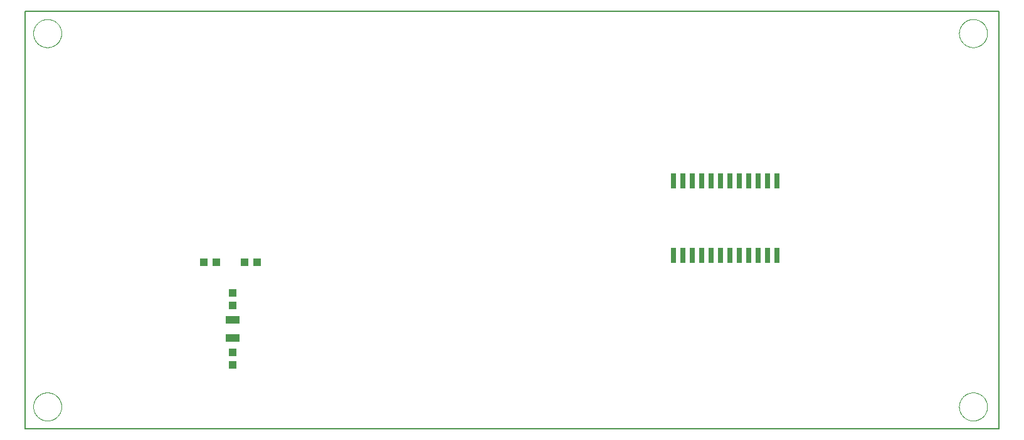
<source format=gbp>
G75*
%MOIN*%
%OFA0B0*%
%FSLAX25Y25*%
%IPPOS*%
%LPD*%
%AMOC8*
5,1,8,0,0,1.08239X$1,22.5*
%
%ADD10C,0.00787*%
%ADD11C,0.00000*%
%ADD12R,0.04331X0.03937*%
%ADD13R,0.02600X0.08000*%
%ADD14R,0.07480X0.04331*%
%ADD15R,0.03937X0.04331*%
D10*
X0001394Y0002628D02*
X0001394Y0225069D01*
X0519110Y0225069D01*
X0519110Y0002628D01*
X0001394Y0002628D01*
D11*
X0005725Y0014439D02*
X0005727Y0014623D01*
X0005734Y0014806D01*
X0005745Y0014989D01*
X0005761Y0015172D01*
X0005781Y0015355D01*
X0005806Y0015537D01*
X0005835Y0015718D01*
X0005869Y0015898D01*
X0005907Y0016078D01*
X0005949Y0016256D01*
X0005996Y0016434D01*
X0006047Y0016610D01*
X0006103Y0016785D01*
X0006162Y0016959D01*
X0006226Y0017131D01*
X0006294Y0017301D01*
X0006367Y0017470D01*
X0006443Y0017637D01*
X0006524Y0017802D01*
X0006608Y0017965D01*
X0006697Y0018126D01*
X0006789Y0018284D01*
X0006885Y0018441D01*
X0006986Y0018595D01*
X0007089Y0018746D01*
X0007197Y0018895D01*
X0007308Y0019041D01*
X0007423Y0019184D01*
X0007541Y0019325D01*
X0007663Y0019462D01*
X0007788Y0019597D01*
X0007916Y0019728D01*
X0008047Y0019856D01*
X0008182Y0019981D01*
X0008319Y0020103D01*
X0008460Y0020221D01*
X0008603Y0020336D01*
X0008749Y0020447D01*
X0008898Y0020555D01*
X0009049Y0020658D01*
X0009203Y0020759D01*
X0009360Y0020855D01*
X0009518Y0020947D01*
X0009679Y0021036D01*
X0009842Y0021120D01*
X0010007Y0021201D01*
X0010174Y0021277D01*
X0010343Y0021350D01*
X0010513Y0021418D01*
X0010685Y0021482D01*
X0010859Y0021541D01*
X0011034Y0021597D01*
X0011210Y0021648D01*
X0011388Y0021695D01*
X0011566Y0021737D01*
X0011746Y0021775D01*
X0011926Y0021809D01*
X0012107Y0021838D01*
X0012289Y0021863D01*
X0012472Y0021883D01*
X0012655Y0021899D01*
X0012838Y0021910D01*
X0013021Y0021917D01*
X0013205Y0021919D01*
X0013389Y0021917D01*
X0013572Y0021910D01*
X0013755Y0021899D01*
X0013938Y0021883D01*
X0014121Y0021863D01*
X0014303Y0021838D01*
X0014484Y0021809D01*
X0014664Y0021775D01*
X0014844Y0021737D01*
X0015022Y0021695D01*
X0015200Y0021648D01*
X0015376Y0021597D01*
X0015551Y0021541D01*
X0015725Y0021482D01*
X0015897Y0021418D01*
X0016067Y0021350D01*
X0016236Y0021277D01*
X0016403Y0021201D01*
X0016568Y0021120D01*
X0016731Y0021036D01*
X0016892Y0020947D01*
X0017050Y0020855D01*
X0017207Y0020759D01*
X0017361Y0020658D01*
X0017512Y0020555D01*
X0017661Y0020447D01*
X0017807Y0020336D01*
X0017950Y0020221D01*
X0018091Y0020103D01*
X0018228Y0019981D01*
X0018363Y0019856D01*
X0018494Y0019728D01*
X0018622Y0019597D01*
X0018747Y0019462D01*
X0018869Y0019325D01*
X0018987Y0019184D01*
X0019102Y0019041D01*
X0019213Y0018895D01*
X0019321Y0018746D01*
X0019424Y0018595D01*
X0019525Y0018441D01*
X0019621Y0018284D01*
X0019713Y0018126D01*
X0019802Y0017965D01*
X0019886Y0017802D01*
X0019967Y0017637D01*
X0020043Y0017470D01*
X0020116Y0017301D01*
X0020184Y0017131D01*
X0020248Y0016959D01*
X0020307Y0016785D01*
X0020363Y0016610D01*
X0020414Y0016434D01*
X0020461Y0016256D01*
X0020503Y0016078D01*
X0020541Y0015898D01*
X0020575Y0015718D01*
X0020604Y0015537D01*
X0020629Y0015355D01*
X0020649Y0015172D01*
X0020665Y0014989D01*
X0020676Y0014806D01*
X0020683Y0014623D01*
X0020685Y0014439D01*
X0020683Y0014255D01*
X0020676Y0014072D01*
X0020665Y0013889D01*
X0020649Y0013706D01*
X0020629Y0013523D01*
X0020604Y0013341D01*
X0020575Y0013160D01*
X0020541Y0012980D01*
X0020503Y0012800D01*
X0020461Y0012622D01*
X0020414Y0012444D01*
X0020363Y0012268D01*
X0020307Y0012093D01*
X0020248Y0011919D01*
X0020184Y0011747D01*
X0020116Y0011577D01*
X0020043Y0011408D01*
X0019967Y0011241D01*
X0019886Y0011076D01*
X0019802Y0010913D01*
X0019713Y0010752D01*
X0019621Y0010594D01*
X0019525Y0010437D01*
X0019424Y0010283D01*
X0019321Y0010132D01*
X0019213Y0009983D01*
X0019102Y0009837D01*
X0018987Y0009694D01*
X0018869Y0009553D01*
X0018747Y0009416D01*
X0018622Y0009281D01*
X0018494Y0009150D01*
X0018363Y0009022D01*
X0018228Y0008897D01*
X0018091Y0008775D01*
X0017950Y0008657D01*
X0017807Y0008542D01*
X0017661Y0008431D01*
X0017512Y0008323D01*
X0017361Y0008220D01*
X0017207Y0008119D01*
X0017050Y0008023D01*
X0016892Y0007931D01*
X0016731Y0007842D01*
X0016568Y0007758D01*
X0016403Y0007677D01*
X0016236Y0007601D01*
X0016067Y0007528D01*
X0015897Y0007460D01*
X0015725Y0007396D01*
X0015551Y0007337D01*
X0015376Y0007281D01*
X0015200Y0007230D01*
X0015022Y0007183D01*
X0014844Y0007141D01*
X0014664Y0007103D01*
X0014484Y0007069D01*
X0014303Y0007040D01*
X0014121Y0007015D01*
X0013938Y0006995D01*
X0013755Y0006979D01*
X0013572Y0006968D01*
X0013389Y0006961D01*
X0013205Y0006959D01*
X0013021Y0006961D01*
X0012838Y0006968D01*
X0012655Y0006979D01*
X0012472Y0006995D01*
X0012289Y0007015D01*
X0012107Y0007040D01*
X0011926Y0007069D01*
X0011746Y0007103D01*
X0011566Y0007141D01*
X0011388Y0007183D01*
X0011210Y0007230D01*
X0011034Y0007281D01*
X0010859Y0007337D01*
X0010685Y0007396D01*
X0010513Y0007460D01*
X0010343Y0007528D01*
X0010174Y0007601D01*
X0010007Y0007677D01*
X0009842Y0007758D01*
X0009679Y0007842D01*
X0009518Y0007931D01*
X0009360Y0008023D01*
X0009203Y0008119D01*
X0009049Y0008220D01*
X0008898Y0008323D01*
X0008749Y0008431D01*
X0008603Y0008542D01*
X0008460Y0008657D01*
X0008319Y0008775D01*
X0008182Y0008897D01*
X0008047Y0009022D01*
X0007916Y0009150D01*
X0007788Y0009281D01*
X0007663Y0009416D01*
X0007541Y0009553D01*
X0007423Y0009694D01*
X0007308Y0009837D01*
X0007197Y0009983D01*
X0007089Y0010132D01*
X0006986Y0010283D01*
X0006885Y0010437D01*
X0006789Y0010594D01*
X0006697Y0010752D01*
X0006608Y0010913D01*
X0006524Y0011076D01*
X0006443Y0011241D01*
X0006367Y0011408D01*
X0006294Y0011577D01*
X0006226Y0011747D01*
X0006162Y0011919D01*
X0006103Y0012093D01*
X0006047Y0012268D01*
X0005996Y0012444D01*
X0005949Y0012622D01*
X0005907Y0012800D01*
X0005869Y0012980D01*
X0005835Y0013160D01*
X0005806Y0013341D01*
X0005781Y0013523D01*
X0005761Y0013706D01*
X0005745Y0013889D01*
X0005734Y0014072D01*
X0005727Y0014255D01*
X0005725Y0014439D01*
X0005725Y0213258D02*
X0005727Y0213442D01*
X0005734Y0213625D01*
X0005745Y0213808D01*
X0005761Y0213991D01*
X0005781Y0214174D01*
X0005806Y0214356D01*
X0005835Y0214537D01*
X0005869Y0214717D01*
X0005907Y0214897D01*
X0005949Y0215075D01*
X0005996Y0215253D01*
X0006047Y0215429D01*
X0006103Y0215604D01*
X0006162Y0215778D01*
X0006226Y0215950D01*
X0006294Y0216120D01*
X0006367Y0216289D01*
X0006443Y0216456D01*
X0006524Y0216621D01*
X0006608Y0216784D01*
X0006697Y0216945D01*
X0006789Y0217103D01*
X0006885Y0217260D01*
X0006986Y0217414D01*
X0007089Y0217565D01*
X0007197Y0217714D01*
X0007308Y0217860D01*
X0007423Y0218003D01*
X0007541Y0218144D01*
X0007663Y0218281D01*
X0007788Y0218416D01*
X0007916Y0218547D01*
X0008047Y0218675D01*
X0008182Y0218800D01*
X0008319Y0218922D01*
X0008460Y0219040D01*
X0008603Y0219155D01*
X0008749Y0219266D01*
X0008898Y0219374D01*
X0009049Y0219477D01*
X0009203Y0219578D01*
X0009360Y0219674D01*
X0009518Y0219766D01*
X0009679Y0219855D01*
X0009842Y0219939D01*
X0010007Y0220020D01*
X0010174Y0220096D01*
X0010343Y0220169D01*
X0010513Y0220237D01*
X0010685Y0220301D01*
X0010859Y0220360D01*
X0011034Y0220416D01*
X0011210Y0220467D01*
X0011388Y0220514D01*
X0011566Y0220556D01*
X0011746Y0220594D01*
X0011926Y0220628D01*
X0012107Y0220657D01*
X0012289Y0220682D01*
X0012472Y0220702D01*
X0012655Y0220718D01*
X0012838Y0220729D01*
X0013021Y0220736D01*
X0013205Y0220738D01*
X0013389Y0220736D01*
X0013572Y0220729D01*
X0013755Y0220718D01*
X0013938Y0220702D01*
X0014121Y0220682D01*
X0014303Y0220657D01*
X0014484Y0220628D01*
X0014664Y0220594D01*
X0014844Y0220556D01*
X0015022Y0220514D01*
X0015200Y0220467D01*
X0015376Y0220416D01*
X0015551Y0220360D01*
X0015725Y0220301D01*
X0015897Y0220237D01*
X0016067Y0220169D01*
X0016236Y0220096D01*
X0016403Y0220020D01*
X0016568Y0219939D01*
X0016731Y0219855D01*
X0016892Y0219766D01*
X0017050Y0219674D01*
X0017207Y0219578D01*
X0017361Y0219477D01*
X0017512Y0219374D01*
X0017661Y0219266D01*
X0017807Y0219155D01*
X0017950Y0219040D01*
X0018091Y0218922D01*
X0018228Y0218800D01*
X0018363Y0218675D01*
X0018494Y0218547D01*
X0018622Y0218416D01*
X0018747Y0218281D01*
X0018869Y0218144D01*
X0018987Y0218003D01*
X0019102Y0217860D01*
X0019213Y0217714D01*
X0019321Y0217565D01*
X0019424Y0217414D01*
X0019525Y0217260D01*
X0019621Y0217103D01*
X0019713Y0216945D01*
X0019802Y0216784D01*
X0019886Y0216621D01*
X0019967Y0216456D01*
X0020043Y0216289D01*
X0020116Y0216120D01*
X0020184Y0215950D01*
X0020248Y0215778D01*
X0020307Y0215604D01*
X0020363Y0215429D01*
X0020414Y0215253D01*
X0020461Y0215075D01*
X0020503Y0214897D01*
X0020541Y0214717D01*
X0020575Y0214537D01*
X0020604Y0214356D01*
X0020629Y0214174D01*
X0020649Y0213991D01*
X0020665Y0213808D01*
X0020676Y0213625D01*
X0020683Y0213442D01*
X0020685Y0213258D01*
X0020683Y0213074D01*
X0020676Y0212891D01*
X0020665Y0212708D01*
X0020649Y0212525D01*
X0020629Y0212342D01*
X0020604Y0212160D01*
X0020575Y0211979D01*
X0020541Y0211799D01*
X0020503Y0211619D01*
X0020461Y0211441D01*
X0020414Y0211263D01*
X0020363Y0211087D01*
X0020307Y0210912D01*
X0020248Y0210738D01*
X0020184Y0210566D01*
X0020116Y0210396D01*
X0020043Y0210227D01*
X0019967Y0210060D01*
X0019886Y0209895D01*
X0019802Y0209732D01*
X0019713Y0209571D01*
X0019621Y0209413D01*
X0019525Y0209256D01*
X0019424Y0209102D01*
X0019321Y0208951D01*
X0019213Y0208802D01*
X0019102Y0208656D01*
X0018987Y0208513D01*
X0018869Y0208372D01*
X0018747Y0208235D01*
X0018622Y0208100D01*
X0018494Y0207969D01*
X0018363Y0207841D01*
X0018228Y0207716D01*
X0018091Y0207594D01*
X0017950Y0207476D01*
X0017807Y0207361D01*
X0017661Y0207250D01*
X0017512Y0207142D01*
X0017361Y0207039D01*
X0017207Y0206938D01*
X0017050Y0206842D01*
X0016892Y0206750D01*
X0016731Y0206661D01*
X0016568Y0206577D01*
X0016403Y0206496D01*
X0016236Y0206420D01*
X0016067Y0206347D01*
X0015897Y0206279D01*
X0015725Y0206215D01*
X0015551Y0206156D01*
X0015376Y0206100D01*
X0015200Y0206049D01*
X0015022Y0206002D01*
X0014844Y0205960D01*
X0014664Y0205922D01*
X0014484Y0205888D01*
X0014303Y0205859D01*
X0014121Y0205834D01*
X0013938Y0205814D01*
X0013755Y0205798D01*
X0013572Y0205787D01*
X0013389Y0205780D01*
X0013205Y0205778D01*
X0013021Y0205780D01*
X0012838Y0205787D01*
X0012655Y0205798D01*
X0012472Y0205814D01*
X0012289Y0205834D01*
X0012107Y0205859D01*
X0011926Y0205888D01*
X0011746Y0205922D01*
X0011566Y0205960D01*
X0011388Y0206002D01*
X0011210Y0206049D01*
X0011034Y0206100D01*
X0010859Y0206156D01*
X0010685Y0206215D01*
X0010513Y0206279D01*
X0010343Y0206347D01*
X0010174Y0206420D01*
X0010007Y0206496D01*
X0009842Y0206577D01*
X0009679Y0206661D01*
X0009518Y0206750D01*
X0009360Y0206842D01*
X0009203Y0206938D01*
X0009049Y0207039D01*
X0008898Y0207142D01*
X0008749Y0207250D01*
X0008603Y0207361D01*
X0008460Y0207476D01*
X0008319Y0207594D01*
X0008182Y0207716D01*
X0008047Y0207841D01*
X0007916Y0207969D01*
X0007788Y0208100D01*
X0007663Y0208235D01*
X0007541Y0208372D01*
X0007423Y0208513D01*
X0007308Y0208656D01*
X0007197Y0208802D01*
X0007089Y0208951D01*
X0006986Y0209102D01*
X0006885Y0209256D01*
X0006789Y0209413D01*
X0006697Y0209571D01*
X0006608Y0209732D01*
X0006524Y0209895D01*
X0006443Y0210060D01*
X0006367Y0210227D01*
X0006294Y0210396D01*
X0006226Y0210566D01*
X0006162Y0210738D01*
X0006103Y0210912D01*
X0006047Y0211087D01*
X0005996Y0211263D01*
X0005949Y0211441D01*
X0005907Y0211619D01*
X0005869Y0211799D01*
X0005835Y0211979D01*
X0005806Y0212160D01*
X0005781Y0212342D01*
X0005761Y0212525D01*
X0005745Y0212708D01*
X0005734Y0212891D01*
X0005727Y0213074D01*
X0005725Y0213258D01*
X0497851Y0213258D02*
X0497853Y0213442D01*
X0497860Y0213625D01*
X0497871Y0213808D01*
X0497887Y0213991D01*
X0497907Y0214174D01*
X0497932Y0214356D01*
X0497961Y0214537D01*
X0497995Y0214717D01*
X0498033Y0214897D01*
X0498075Y0215075D01*
X0498122Y0215253D01*
X0498173Y0215429D01*
X0498229Y0215604D01*
X0498288Y0215778D01*
X0498352Y0215950D01*
X0498420Y0216120D01*
X0498493Y0216289D01*
X0498569Y0216456D01*
X0498650Y0216621D01*
X0498734Y0216784D01*
X0498823Y0216945D01*
X0498915Y0217103D01*
X0499011Y0217260D01*
X0499112Y0217414D01*
X0499215Y0217565D01*
X0499323Y0217714D01*
X0499434Y0217860D01*
X0499549Y0218003D01*
X0499667Y0218144D01*
X0499789Y0218281D01*
X0499914Y0218416D01*
X0500042Y0218547D01*
X0500173Y0218675D01*
X0500308Y0218800D01*
X0500445Y0218922D01*
X0500586Y0219040D01*
X0500729Y0219155D01*
X0500875Y0219266D01*
X0501024Y0219374D01*
X0501175Y0219477D01*
X0501329Y0219578D01*
X0501486Y0219674D01*
X0501644Y0219766D01*
X0501805Y0219855D01*
X0501968Y0219939D01*
X0502133Y0220020D01*
X0502300Y0220096D01*
X0502469Y0220169D01*
X0502639Y0220237D01*
X0502811Y0220301D01*
X0502985Y0220360D01*
X0503160Y0220416D01*
X0503336Y0220467D01*
X0503514Y0220514D01*
X0503692Y0220556D01*
X0503872Y0220594D01*
X0504052Y0220628D01*
X0504233Y0220657D01*
X0504415Y0220682D01*
X0504598Y0220702D01*
X0504781Y0220718D01*
X0504964Y0220729D01*
X0505147Y0220736D01*
X0505331Y0220738D01*
X0505515Y0220736D01*
X0505698Y0220729D01*
X0505881Y0220718D01*
X0506064Y0220702D01*
X0506247Y0220682D01*
X0506429Y0220657D01*
X0506610Y0220628D01*
X0506790Y0220594D01*
X0506970Y0220556D01*
X0507148Y0220514D01*
X0507326Y0220467D01*
X0507502Y0220416D01*
X0507677Y0220360D01*
X0507851Y0220301D01*
X0508023Y0220237D01*
X0508193Y0220169D01*
X0508362Y0220096D01*
X0508529Y0220020D01*
X0508694Y0219939D01*
X0508857Y0219855D01*
X0509018Y0219766D01*
X0509176Y0219674D01*
X0509333Y0219578D01*
X0509487Y0219477D01*
X0509638Y0219374D01*
X0509787Y0219266D01*
X0509933Y0219155D01*
X0510076Y0219040D01*
X0510217Y0218922D01*
X0510354Y0218800D01*
X0510489Y0218675D01*
X0510620Y0218547D01*
X0510748Y0218416D01*
X0510873Y0218281D01*
X0510995Y0218144D01*
X0511113Y0218003D01*
X0511228Y0217860D01*
X0511339Y0217714D01*
X0511447Y0217565D01*
X0511550Y0217414D01*
X0511651Y0217260D01*
X0511747Y0217103D01*
X0511839Y0216945D01*
X0511928Y0216784D01*
X0512012Y0216621D01*
X0512093Y0216456D01*
X0512169Y0216289D01*
X0512242Y0216120D01*
X0512310Y0215950D01*
X0512374Y0215778D01*
X0512433Y0215604D01*
X0512489Y0215429D01*
X0512540Y0215253D01*
X0512587Y0215075D01*
X0512629Y0214897D01*
X0512667Y0214717D01*
X0512701Y0214537D01*
X0512730Y0214356D01*
X0512755Y0214174D01*
X0512775Y0213991D01*
X0512791Y0213808D01*
X0512802Y0213625D01*
X0512809Y0213442D01*
X0512811Y0213258D01*
X0512809Y0213074D01*
X0512802Y0212891D01*
X0512791Y0212708D01*
X0512775Y0212525D01*
X0512755Y0212342D01*
X0512730Y0212160D01*
X0512701Y0211979D01*
X0512667Y0211799D01*
X0512629Y0211619D01*
X0512587Y0211441D01*
X0512540Y0211263D01*
X0512489Y0211087D01*
X0512433Y0210912D01*
X0512374Y0210738D01*
X0512310Y0210566D01*
X0512242Y0210396D01*
X0512169Y0210227D01*
X0512093Y0210060D01*
X0512012Y0209895D01*
X0511928Y0209732D01*
X0511839Y0209571D01*
X0511747Y0209413D01*
X0511651Y0209256D01*
X0511550Y0209102D01*
X0511447Y0208951D01*
X0511339Y0208802D01*
X0511228Y0208656D01*
X0511113Y0208513D01*
X0510995Y0208372D01*
X0510873Y0208235D01*
X0510748Y0208100D01*
X0510620Y0207969D01*
X0510489Y0207841D01*
X0510354Y0207716D01*
X0510217Y0207594D01*
X0510076Y0207476D01*
X0509933Y0207361D01*
X0509787Y0207250D01*
X0509638Y0207142D01*
X0509487Y0207039D01*
X0509333Y0206938D01*
X0509176Y0206842D01*
X0509018Y0206750D01*
X0508857Y0206661D01*
X0508694Y0206577D01*
X0508529Y0206496D01*
X0508362Y0206420D01*
X0508193Y0206347D01*
X0508023Y0206279D01*
X0507851Y0206215D01*
X0507677Y0206156D01*
X0507502Y0206100D01*
X0507326Y0206049D01*
X0507148Y0206002D01*
X0506970Y0205960D01*
X0506790Y0205922D01*
X0506610Y0205888D01*
X0506429Y0205859D01*
X0506247Y0205834D01*
X0506064Y0205814D01*
X0505881Y0205798D01*
X0505698Y0205787D01*
X0505515Y0205780D01*
X0505331Y0205778D01*
X0505147Y0205780D01*
X0504964Y0205787D01*
X0504781Y0205798D01*
X0504598Y0205814D01*
X0504415Y0205834D01*
X0504233Y0205859D01*
X0504052Y0205888D01*
X0503872Y0205922D01*
X0503692Y0205960D01*
X0503514Y0206002D01*
X0503336Y0206049D01*
X0503160Y0206100D01*
X0502985Y0206156D01*
X0502811Y0206215D01*
X0502639Y0206279D01*
X0502469Y0206347D01*
X0502300Y0206420D01*
X0502133Y0206496D01*
X0501968Y0206577D01*
X0501805Y0206661D01*
X0501644Y0206750D01*
X0501486Y0206842D01*
X0501329Y0206938D01*
X0501175Y0207039D01*
X0501024Y0207142D01*
X0500875Y0207250D01*
X0500729Y0207361D01*
X0500586Y0207476D01*
X0500445Y0207594D01*
X0500308Y0207716D01*
X0500173Y0207841D01*
X0500042Y0207969D01*
X0499914Y0208100D01*
X0499789Y0208235D01*
X0499667Y0208372D01*
X0499549Y0208513D01*
X0499434Y0208656D01*
X0499323Y0208802D01*
X0499215Y0208951D01*
X0499112Y0209102D01*
X0499011Y0209256D01*
X0498915Y0209413D01*
X0498823Y0209571D01*
X0498734Y0209732D01*
X0498650Y0209895D01*
X0498569Y0210060D01*
X0498493Y0210227D01*
X0498420Y0210396D01*
X0498352Y0210566D01*
X0498288Y0210738D01*
X0498229Y0210912D01*
X0498173Y0211087D01*
X0498122Y0211263D01*
X0498075Y0211441D01*
X0498033Y0211619D01*
X0497995Y0211799D01*
X0497961Y0211979D01*
X0497932Y0212160D01*
X0497907Y0212342D01*
X0497887Y0212525D01*
X0497871Y0212708D01*
X0497860Y0212891D01*
X0497853Y0213074D01*
X0497851Y0213258D01*
X0497851Y0014439D02*
X0497853Y0014623D01*
X0497860Y0014806D01*
X0497871Y0014989D01*
X0497887Y0015172D01*
X0497907Y0015355D01*
X0497932Y0015537D01*
X0497961Y0015718D01*
X0497995Y0015898D01*
X0498033Y0016078D01*
X0498075Y0016256D01*
X0498122Y0016434D01*
X0498173Y0016610D01*
X0498229Y0016785D01*
X0498288Y0016959D01*
X0498352Y0017131D01*
X0498420Y0017301D01*
X0498493Y0017470D01*
X0498569Y0017637D01*
X0498650Y0017802D01*
X0498734Y0017965D01*
X0498823Y0018126D01*
X0498915Y0018284D01*
X0499011Y0018441D01*
X0499112Y0018595D01*
X0499215Y0018746D01*
X0499323Y0018895D01*
X0499434Y0019041D01*
X0499549Y0019184D01*
X0499667Y0019325D01*
X0499789Y0019462D01*
X0499914Y0019597D01*
X0500042Y0019728D01*
X0500173Y0019856D01*
X0500308Y0019981D01*
X0500445Y0020103D01*
X0500586Y0020221D01*
X0500729Y0020336D01*
X0500875Y0020447D01*
X0501024Y0020555D01*
X0501175Y0020658D01*
X0501329Y0020759D01*
X0501486Y0020855D01*
X0501644Y0020947D01*
X0501805Y0021036D01*
X0501968Y0021120D01*
X0502133Y0021201D01*
X0502300Y0021277D01*
X0502469Y0021350D01*
X0502639Y0021418D01*
X0502811Y0021482D01*
X0502985Y0021541D01*
X0503160Y0021597D01*
X0503336Y0021648D01*
X0503514Y0021695D01*
X0503692Y0021737D01*
X0503872Y0021775D01*
X0504052Y0021809D01*
X0504233Y0021838D01*
X0504415Y0021863D01*
X0504598Y0021883D01*
X0504781Y0021899D01*
X0504964Y0021910D01*
X0505147Y0021917D01*
X0505331Y0021919D01*
X0505515Y0021917D01*
X0505698Y0021910D01*
X0505881Y0021899D01*
X0506064Y0021883D01*
X0506247Y0021863D01*
X0506429Y0021838D01*
X0506610Y0021809D01*
X0506790Y0021775D01*
X0506970Y0021737D01*
X0507148Y0021695D01*
X0507326Y0021648D01*
X0507502Y0021597D01*
X0507677Y0021541D01*
X0507851Y0021482D01*
X0508023Y0021418D01*
X0508193Y0021350D01*
X0508362Y0021277D01*
X0508529Y0021201D01*
X0508694Y0021120D01*
X0508857Y0021036D01*
X0509018Y0020947D01*
X0509176Y0020855D01*
X0509333Y0020759D01*
X0509487Y0020658D01*
X0509638Y0020555D01*
X0509787Y0020447D01*
X0509933Y0020336D01*
X0510076Y0020221D01*
X0510217Y0020103D01*
X0510354Y0019981D01*
X0510489Y0019856D01*
X0510620Y0019728D01*
X0510748Y0019597D01*
X0510873Y0019462D01*
X0510995Y0019325D01*
X0511113Y0019184D01*
X0511228Y0019041D01*
X0511339Y0018895D01*
X0511447Y0018746D01*
X0511550Y0018595D01*
X0511651Y0018441D01*
X0511747Y0018284D01*
X0511839Y0018126D01*
X0511928Y0017965D01*
X0512012Y0017802D01*
X0512093Y0017637D01*
X0512169Y0017470D01*
X0512242Y0017301D01*
X0512310Y0017131D01*
X0512374Y0016959D01*
X0512433Y0016785D01*
X0512489Y0016610D01*
X0512540Y0016434D01*
X0512587Y0016256D01*
X0512629Y0016078D01*
X0512667Y0015898D01*
X0512701Y0015718D01*
X0512730Y0015537D01*
X0512755Y0015355D01*
X0512775Y0015172D01*
X0512791Y0014989D01*
X0512802Y0014806D01*
X0512809Y0014623D01*
X0512811Y0014439D01*
X0512809Y0014255D01*
X0512802Y0014072D01*
X0512791Y0013889D01*
X0512775Y0013706D01*
X0512755Y0013523D01*
X0512730Y0013341D01*
X0512701Y0013160D01*
X0512667Y0012980D01*
X0512629Y0012800D01*
X0512587Y0012622D01*
X0512540Y0012444D01*
X0512489Y0012268D01*
X0512433Y0012093D01*
X0512374Y0011919D01*
X0512310Y0011747D01*
X0512242Y0011577D01*
X0512169Y0011408D01*
X0512093Y0011241D01*
X0512012Y0011076D01*
X0511928Y0010913D01*
X0511839Y0010752D01*
X0511747Y0010594D01*
X0511651Y0010437D01*
X0511550Y0010283D01*
X0511447Y0010132D01*
X0511339Y0009983D01*
X0511228Y0009837D01*
X0511113Y0009694D01*
X0510995Y0009553D01*
X0510873Y0009416D01*
X0510748Y0009281D01*
X0510620Y0009150D01*
X0510489Y0009022D01*
X0510354Y0008897D01*
X0510217Y0008775D01*
X0510076Y0008657D01*
X0509933Y0008542D01*
X0509787Y0008431D01*
X0509638Y0008323D01*
X0509487Y0008220D01*
X0509333Y0008119D01*
X0509176Y0008023D01*
X0509018Y0007931D01*
X0508857Y0007842D01*
X0508694Y0007758D01*
X0508529Y0007677D01*
X0508362Y0007601D01*
X0508193Y0007528D01*
X0508023Y0007460D01*
X0507851Y0007396D01*
X0507677Y0007337D01*
X0507502Y0007281D01*
X0507326Y0007230D01*
X0507148Y0007183D01*
X0506970Y0007141D01*
X0506790Y0007103D01*
X0506610Y0007069D01*
X0506429Y0007040D01*
X0506247Y0007015D01*
X0506064Y0006995D01*
X0505881Y0006979D01*
X0505698Y0006968D01*
X0505515Y0006961D01*
X0505331Y0006959D01*
X0505147Y0006961D01*
X0504964Y0006968D01*
X0504781Y0006979D01*
X0504598Y0006995D01*
X0504415Y0007015D01*
X0504233Y0007040D01*
X0504052Y0007069D01*
X0503872Y0007103D01*
X0503692Y0007141D01*
X0503514Y0007183D01*
X0503336Y0007230D01*
X0503160Y0007281D01*
X0502985Y0007337D01*
X0502811Y0007396D01*
X0502639Y0007460D01*
X0502469Y0007528D01*
X0502300Y0007601D01*
X0502133Y0007677D01*
X0501968Y0007758D01*
X0501805Y0007842D01*
X0501644Y0007931D01*
X0501486Y0008023D01*
X0501329Y0008119D01*
X0501175Y0008220D01*
X0501024Y0008323D01*
X0500875Y0008431D01*
X0500729Y0008542D01*
X0500586Y0008657D01*
X0500445Y0008775D01*
X0500308Y0008897D01*
X0500173Y0009022D01*
X0500042Y0009150D01*
X0499914Y0009281D01*
X0499789Y0009416D01*
X0499667Y0009553D01*
X0499549Y0009694D01*
X0499434Y0009837D01*
X0499323Y0009983D01*
X0499215Y0010132D01*
X0499112Y0010283D01*
X0499011Y0010437D01*
X0498915Y0010594D01*
X0498823Y0010752D01*
X0498734Y0010913D01*
X0498650Y0011076D01*
X0498569Y0011241D01*
X0498493Y0011408D01*
X0498420Y0011577D01*
X0498352Y0011747D01*
X0498288Y0011919D01*
X0498229Y0012093D01*
X0498173Y0012268D01*
X0498122Y0012444D01*
X0498075Y0012622D01*
X0498033Y0012800D01*
X0497995Y0012980D01*
X0497961Y0013160D01*
X0497932Y0013341D01*
X0497907Y0013523D01*
X0497887Y0013706D01*
X0497871Y0013889D01*
X0497860Y0014072D01*
X0497853Y0014255D01*
X0497851Y0014439D01*
D12*
X0124819Y0091211D03*
X0118126Y0091211D03*
X0103165Y0091211D03*
X0096472Y0091211D03*
D13*
X0345941Y0095033D03*
X0350941Y0095033D03*
X0355941Y0095033D03*
X0360941Y0095033D03*
X0365941Y0095033D03*
X0370941Y0095033D03*
X0375941Y0095033D03*
X0380941Y0095033D03*
X0385941Y0095033D03*
X0390941Y0095033D03*
X0395941Y0095033D03*
X0400941Y0095033D03*
X0400941Y0134633D03*
X0395941Y0134633D03*
X0390941Y0134633D03*
X0385941Y0134633D03*
X0380941Y0134633D03*
X0375941Y0134633D03*
X0370941Y0134633D03*
X0365941Y0134633D03*
X0360941Y0134633D03*
X0355941Y0134633D03*
X0350941Y0134633D03*
X0345941Y0134633D03*
D14*
X0111630Y0060502D03*
X0111630Y0051053D03*
D15*
X0111630Y0043376D03*
X0111630Y0036683D03*
X0111630Y0068179D03*
X0111630Y0074872D03*
M02*

</source>
